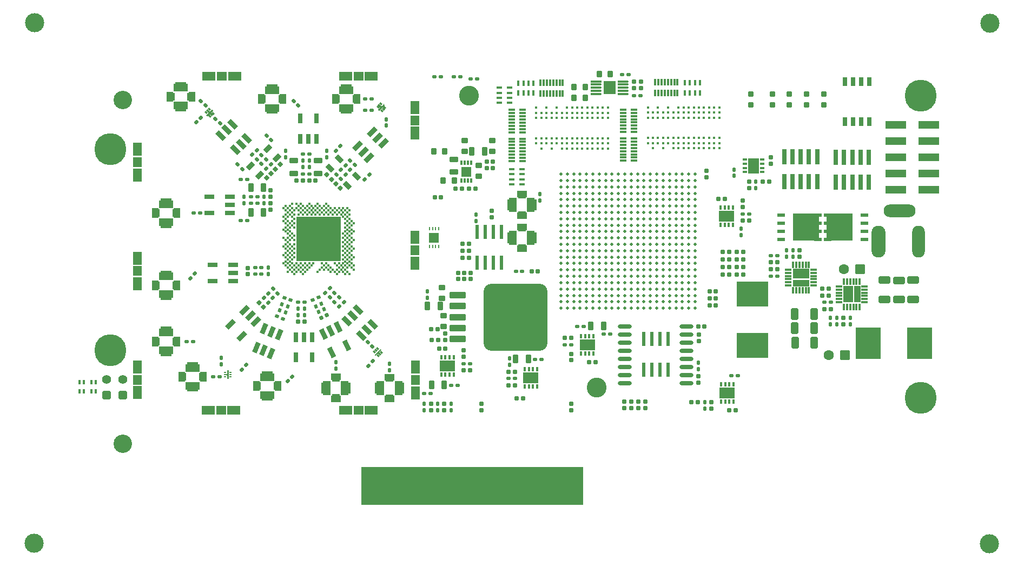
<source format=gts>
G04 Layer_Color=8388736*
%FSLAX44Y44*%
%MOMM*%
G71*
G01*
G75*
G04:AMPARAMS|DCode=17|XSize=0.5mm|YSize=0.6mm|CornerRadius=0.05mm|HoleSize=0mm|Usage=FLASHONLY|Rotation=90.000|XOffset=0mm|YOffset=0mm|HoleType=Round|Shape=RoundedRectangle|*
%AMROUNDEDRECTD17*
21,1,0.5000,0.5000,0,0,90.0*
21,1,0.4000,0.6000,0,0,90.0*
1,1,0.1000,0.2500,0.2000*
1,1,0.1000,0.2500,-0.2000*
1,1,0.1000,-0.2500,-0.2000*
1,1,0.1000,-0.2500,0.2000*
%
%ADD17ROUNDEDRECTD17*%
G04:AMPARAMS|DCode=18|XSize=0.5mm|YSize=0.6mm|CornerRadius=0.05mm|HoleSize=0mm|Usage=FLASHONLY|Rotation=135.000|XOffset=0mm|YOffset=0mm|HoleType=Round|Shape=RoundedRectangle|*
%AMROUNDEDRECTD18*
21,1,0.5000,0.5000,0,0,135.0*
21,1,0.4000,0.6000,0,0,135.0*
1,1,0.1000,0.0354,0.3182*
1,1,0.1000,0.3182,0.0354*
1,1,0.1000,-0.0354,-0.3182*
1,1,0.1000,-0.3182,-0.0354*
%
%ADD18ROUNDEDRECTD18*%
G04:AMPARAMS|DCode=20|XSize=0.5mm|YSize=0.6mm|CornerRadius=0.05mm|HoleSize=0mm|Usage=FLASHONLY|Rotation=0.000|XOffset=0mm|YOffset=0mm|HoleType=Round|Shape=RoundedRectangle|*
%AMROUNDEDRECTD20*
21,1,0.5000,0.5000,0,0,0.0*
21,1,0.4000,0.6000,0,0,0.0*
1,1,0.1000,0.2000,-0.2500*
1,1,0.1000,-0.2000,-0.2500*
1,1,0.1000,-0.2000,0.2500*
1,1,0.1000,0.2000,0.2500*
%
%ADD20ROUNDEDRECTD20*%
G04:AMPARAMS|DCode=22|XSize=0.5mm|YSize=0.6mm|CornerRadius=0.05mm|HoleSize=0mm|Usage=FLASHONLY|Rotation=45.000|XOffset=0mm|YOffset=0mm|HoleType=Round|Shape=RoundedRectangle|*
%AMROUNDEDRECTD22*
21,1,0.5000,0.5000,0,0,45.0*
21,1,0.4000,0.6000,0,0,45.0*
1,1,0.1000,0.3182,-0.0354*
1,1,0.1000,0.0354,-0.3182*
1,1,0.1000,-0.3182,0.0354*
1,1,0.1000,-0.0354,0.3182*
%
%ADD22ROUNDEDRECTD22*%
G04:AMPARAMS|DCode=27|XSize=1mm|YSize=0.9mm|CornerRadius=0.1125mm|HoleSize=0mm|Usage=FLASHONLY|Rotation=0.000|XOffset=0mm|YOffset=0mm|HoleType=Round|Shape=RoundedRectangle|*
%AMROUNDEDRECTD27*
21,1,1.0000,0.6750,0,0,0.0*
21,1,0.7750,0.9000,0,0,0.0*
1,1,0.2250,0.3875,-0.3375*
1,1,0.2250,-0.3875,-0.3375*
1,1,0.2250,-0.3875,0.3375*
1,1,0.2250,0.3875,0.3375*
%
%ADD27ROUNDEDRECTD27*%
G04:AMPARAMS|DCode=28|XSize=0.6mm|YSize=0.6mm|CornerRadius=0.06mm|HoleSize=0mm|Usage=FLASHONLY|Rotation=90.000|XOffset=0mm|YOffset=0mm|HoleType=Round|Shape=RoundedRectangle|*
%AMROUNDEDRECTD28*
21,1,0.6000,0.4800,0,0,90.0*
21,1,0.4800,0.6000,0,0,90.0*
1,1,0.1200,0.2400,0.2400*
1,1,0.1200,0.2400,-0.2400*
1,1,0.1200,-0.2400,-0.2400*
1,1,0.1200,-0.2400,0.2400*
%
%ADD28ROUNDEDRECTD28*%
G04:AMPARAMS|DCode=31|XSize=1.6mm|YSize=1.9mm|CornerRadius=0.2mm|HoleSize=0mm|Usage=FLASHONLY|Rotation=180.000|XOffset=0mm|YOffset=0mm|HoleType=Round|Shape=RoundedRectangle|*
%AMROUNDEDRECTD31*
21,1,1.6000,1.5000,0,0,180.0*
21,1,1.2000,1.9000,0,0,180.0*
1,1,0.4000,-0.6000,0.7500*
1,1,0.4000,0.6000,0.7500*
1,1,0.4000,0.6000,-0.7500*
1,1,0.4000,-0.6000,-0.7500*
%
%ADD31ROUNDEDRECTD31*%
G04:AMPARAMS|DCode=36|XSize=0.6mm|YSize=0.6mm|CornerRadius=0.06mm|HoleSize=0mm|Usage=FLASHONLY|Rotation=0.000|XOffset=0mm|YOffset=0mm|HoleType=Round|Shape=RoundedRectangle|*
%AMROUNDEDRECTD36*
21,1,0.6000,0.4800,0,0,0.0*
21,1,0.4800,0.6000,0,0,0.0*
1,1,0.1200,0.2400,-0.2400*
1,1,0.1200,-0.2400,-0.2400*
1,1,0.1200,-0.2400,0.2400*
1,1,0.1200,0.2400,0.2400*
%
%ADD36ROUNDEDRECTD36*%
G04:AMPARAMS|DCode=41|XSize=1.3mm|YSize=0.8mm|CornerRadius=0.1mm|HoleSize=0mm|Usage=FLASHONLY|Rotation=90.000|XOffset=0mm|YOffset=0mm|HoleType=Round|Shape=RoundedRectangle|*
%AMROUNDEDRECTD41*
21,1,1.3000,0.6000,0,0,90.0*
21,1,1.1000,0.8000,0,0,90.0*
1,1,0.2000,0.3000,0.5500*
1,1,0.2000,0.3000,-0.5500*
1,1,0.2000,-0.3000,-0.5500*
1,1,0.2000,-0.3000,0.5500*
%
%ADD41ROUNDEDRECTD41*%
%ADD42R,0.2500X0.6250*%
%ADD43R,1.6000X1.6000*%
G04:AMPARAMS|DCode=44|XSize=2.5mm|YSize=1.1mm|CornerRadius=0.1375mm|HoleSize=0mm|Usage=FLASHONLY|Rotation=180.000|XOffset=0mm|YOffset=0mm|HoleType=Round|Shape=RoundedRectangle|*
%AMROUNDEDRECTD44*
21,1,2.5000,0.8250,0,0,180.0*
21,1,2.2250,1.1000,0,0,180.0*
1,1,0.2750,-1.1125,0.4125*
1,1,0.2750,1.1125,0.4125*
1,1,0.2750,1.1125,-0.4125*
1,1,0.2750,-1.1125,-0.4125*
%
%ADD44ROUNDEDRECTD44*%
G04:AMPARAMS|DCode=45|XSize=10mm|YSize=10.5mm|CornerRadius=1.25mm|HoleSize=0mm|Usage=FLASHONLY|Rotation=180.000|XOffset=0mm|YOffset=0mm|HoleType=Round|Shape=RoundedRectangle|*
%AMROUNDEDRECTD45*
21,1,10.0000,8.0000,0,0,180.0*
21,1,7.5000,10.5000,0,0,180.0*
1,1,2.5000,-3.7500,4.0000*
1,1,2.5000,3.7500,4.0000*
1,1,2.5000,3.7500,-4.0000*
1,1,2.5000,-3.7500,-4.0000*
%
%ADD45ROUNDEDRECTD45*%
G04:AMPARAMS|DCode=50|XSize=1.8mm|YSize=1.15mm|CornerRadius=0.1437mm|HoleSize=0mm|Usage=FLASHONLY|Rotation=0.000|XOffset=0mm|YOffset=0mm|HoleType=Round|Shape=RoundedRectangle|*
%AMROUNDEDRECTD50*
21,1,1.8000,0.8625,0,0,0.0*
21,1,1.5125,1.1500,0,0,0.0*
1,1,0.2875,0.7562,-0.4313*
1,1,0.2875,-0.7562,-0.4313*
1,1,0.2875,-0.7562,0.4313*
1,1,0.2875,0.7562,0.4313*
%
%ADD50ROUNDEDRECTD50*%
G04:AMPARAMS|DCode=51|XSize=1.3mm|YSize=0.8mm|CornerRadius=0.1mm|HoleSize=0mm|Usage=FLASHONLY|Rotation=180.000|XOffset=0mm|YOffset=0mm|HoleType=Round|Shape=RoundedRectangle|*
%AMROUNDEDRECTD51*
21,1,1.3000,0.6000,0,0,180.0*
21,1,1.1000,0.8000,0,0,180.0*
1,1,0.2000,-0.5500,0.3000*
1,1,0.2000,0.5500,0.3000*
1,1,0.2000,0.5500,-0.3000*
1,1,0.2000,-0.5500,-0.3000*
%
%ADD51ROUNDEDRECTD51*%
G04:AMPARAMS|DCode=52|XSize=1.3mm|YSize=0.8mm|CornerRadius=0.1mm|HoleSize=0mm|Usage=FLASHONLY|Rotation=225.000|XOffset=0mm|YOffset=0mm|HoleType=Round|Shape=RoundedRectangle|*
%AMROUNDEDRECTD52*
21,1,1.3000,0.6000,0,0,225.0*
21,1,1.1000,0.8000,0,0,225.0*
1,1,0.2000,-0.6010,-0.1768*
1,1,0.2000,0.1768,0.6010*
1,1,0.2000,0.6010,0.1768*
1,1,0.2000,-0.1768,-0.6010*
%
%ADD52ROUNDEDRECTD52*%
G04:AMPARAMS|DCode=53|XSize=1.3mm|YSize=0.8mm|CornerRadius=0.1mm|HoleSize=0mm|Usage=FLASHONLY|Rotation=135.000|XOffset=0mm|YOffset=0mm|HoleType=Round|Shape=RoundedRectangle|*
%AMROUNDEDRECTD53*
21,1,1.3000,0.6000,0,0,135.0*
21,1,1.1000,0.8000,0,0,135.0*
1,1,0.2000,-0.1768,0.6010*
1,1,0.2000,0.6010,-0.1768*
1,1,0.2000,0.1768,-0.6010*
1,1,0.2000,-0.6010,0.1768*
%
%ADD53ROUNDEDRECTD53*%
G04:AMPARAMS|DCode=54|XSize=0.5mm|YSize=0.6mm|CornerRadius=0.05mm|HoleSize=0mm|Usage=FLASHONLY|Rotation=247.500|XOffset=0mm|YOffset=0mm|HoleType=Round|Shape=RoundedRectangle|*
%AMROUNDEDRECTD54*
21,1,0.5000,0.5000,0,0,247.5*
21,1,0.4000,0.6000,0,0,247.5*
1,1,0.1000,-0.3075,-0.0891*
1,1,0.1000,-0.1544,0.2804*
1,1,0.1000,0.3075,0.0891*
1,1,0.1000,0.1544,-0.2804*
%
%ADD54ROUNDEDRECTD54*%
%ADD57R,4.0000X5.0000*%
G04:AMPARAMS|DCode=58|XSize=0.5mm|YSize=0.6mm|CornerRadius=0.05mm|HoleSize=0mm|Usage=FLASHONLY|Rotation=157.500|XOffset=0mm|YOffset=0mm|HoleType=Round|Shape=RoundedRectangle|*
%AMROUNDEDRECTD58*
21,1,0.5000,0.5000,0,0,157.5*
21,1,0.4000,0.6000,0,0,157.5*
1,1,0.1000,-0.0891,0.3075*
1,1,0.1000,0.2804,0.1544*
1,1,0.1000,0.0891,-0.3075*
1,1,0.1000,-0.2804,-0.1544*
%
%ADD58ROUNDEDRECTD58*%
G04:AMPARAMS|DCode=59|XSize=0.6mm|YSize=0.6mm|CornerRadius=0.06mm|HoleSize=0mm|Usage=FLASHONLY|Rotation=45.000|XOffset=0mm|YOffset=0mm|HoleType=Round|Shape=RoundedRectangle|*
%AMROUNDEDRECTD59*
21,1,0.6000,0.4800,0,0,45.0*
21,1,0.4800,0.6000,0,0,45.0*
1,1,0.1200,0.3394,0.0000*
1,1,0.1200,0.0000,-0.3394*
1,1,0.1200,-0.3394,0.0000*
1,1,0.1200,0.0000,0.3394*
%
%ADD59ROUNDEDRECTD59*%
G04:AMPARAMS|DCode=60|XSize=0.5mm|YSize=0.6mm|CornerRadius=0.05mm|HoleSize=0mm|Usage=FLASHONLY|Rotation=205.000|XOffset=0mm|YOffset=0mm|HoleType=Round|Shape=RoundedRectangle|*
%AMROUNDEDRECTD60*
21,1,0.5000,0.5000,0,0,205.0*
21,1,0.4000,0.6000,0,0,205.0*
1,1,0.1000,-0.2869,0.1421*
1,1,0.1000,0.0756,0.3111*
1,1,0.1000,0.2869,-0.1421*
1,1,0.1000,-0.0756,-0.3111*
%
%ADD60ROUNDEDRECTD60*%
G04:AMPARAMS|DCode=61|XSize=0.5mm|YSize=0.6mm|CornerRadius=0.05mm|HoleSize=0mm|Usage=FLASHONLY|Rotation=295.000|XOffset=0mm|YOffset=0mm|HoleType=Round|Shape=RoundedRectangle|*
%AMROUNDEDRECTD61*
21,1,0.5000,0.5000,0,0,295.0*
21,1,0.4000,0.6000,0,0,295.0*
1,1,0.1000,-0.1421,-0.2869*
1,1,0.1000,-0.3111,0.0756*
1,1,0.1000,0.1421,0.2869*
1,1,0.1000,0.3111,-0.0756*
%
%ADD61ROUNDEDRECTD61*%
G04:AMPARAMS|DCode=62|XSize=0.6mm|YSize=0.6mm|CornerRadius=0.06mm|HoleSize=0mm|Usage=FLASHONLY|Rotation=135.000|XOffset=0mm|YOffset=0mm|HoleType=Round|Shape=RoundedRectangle|*
%AMROUNDEDRECTD62*
21,1,0.6000,0.4800,0,0,135.0*
21,1,0.4800,0.6000,0,0,135.0*
1,1,0.1200,0.0000,0.3394*
1,1,0.1200,0.3394,0.0000*
1,1,0.1200,0.0000,-0.3394*
1,1,0.1200,-0.3394,0.0000*
%
%ADD62ROUNDEDRECTD62*%
G04:AMPARAMS|DCode=63|XSize=0.76mm|YSize=1.65mm|CornerRadius=0mm|HoleSize=0mm|Usage=FLASHONLY|Rotation=45.000|XOffset=0mm|YOffset=0mm|HoleType=Round|Shape=Rectangle|*
%AMROTATEDRECTD63*
4,1,4,0.3147,-0.8521,-0.8521,0.3147,-0.3147,0.8521,0.8521,-0.3147,0.3147,-0.8521,0.0*
%
%ADD63ROTATEDRECTD63*%

%ADD64R,1.6500X0.7600*%
G04:AMPARAMS|DCode=65|XSize=0.76mm|YSize=1.65mm|CornerRadius=0mm|HoleSize=0mm|Usage=FLASHONLY|Rotation=135.000|XOffset=0mm|YOffset=0mm|HoleType=Round|Shape=Rectangle|*
%AMROTATEDRECTD65*
4,1,4,0.8521,0.3147,-0.3147,-0.8521,-0.8521,-0.3147,0.3147,0.8521,0.8521,0.3147,0.0*
%
%ADD65ROTATEDRECTD65*%

%ADD66R,0.7600X1.6500*%
G04:AMPARAMS|DCode=67|XSize=1.8mm|YSize=1.15mm|CornerRadius=0.1437mm|HoleSize=0mm|Usage=FLASHONLY|Rotation=270.000|XOffset=0mm|YOffset=0mm|HoleType=Round|Shape=RoundedRectangle|*
%AMROUNDEDRECTD67*
21,1,1.8000,0.8625,0,0,270.0*
21,1,1.5125,1.1500,0,0,270.0*
1,1,0.2875,-0.4313,-0.7562*
1,1,0.2875,-0.4313,0.7562*
1,1,0.2875,0.4313,0.7562*
1,1,0.2875,0.4313,-0.7562*
%
%ADD67ROUNDEDRECTD67*%
%ADD68O,2.2000X0.6000*%
%ADD69R,0.7000X4.2000*%
%ADD70R,0.7000X3.2000*%
%ADD71R,3.2004X1.2700*%
G04:AMPARAMS|DCode=72|XSize=0.7mm|YSize=0.4mm|CornerRadius=0.05mm|HoleSize=0mm|Usage=FLASHONLY|Rotation=270.000|XOffset=0mm|YOffset=0mm|HoleType=Round|Shape=RoundedRectangle|*
%AMROUNDEDRECTD72*
21,1,0.7000,0.3000,0,0,270.0*
21,1,0.6000,0.4000,0,0,270.0*
1,1,0.1000,-0.1500,-0.3000*
1,1,0.1000,-0.1500,0.3000*
1,1,0.1000,0.1500,0.3000*
1,1,0.1000,0.1500,-0.3000*
%
%ADD72ROUNDEDRECTD72*%
%ADD73R,0.7500X2.4000*%
%ADD74R,0.5500X2.2000*%
G04:AMPARAMS|DCode=75|XSize=1mm|YSize=0.9mm|CornerRadius=0.1125mm|HoleSize=0mm|Usage=FLASHONLY|Rotation=90.000|XOffset=0mm|YOffset=0mm|HoleType=Round|Shape=RoundedRectangle|*
%AMROUNDEDRECTD75*
21,1,1.0000,0.6750,0,0,90.0*
21,1,0.7750,0.9000,0,0,90.0*
1,1,0.2250,0.3375,0.3875*
1,1,0.2250,0.3375,-0.3875*
1,1,0.2250,-0.3375,-0.3875*
1,1,0.2250,-0.3375,0.3875*
%
%ADD75ROUNDEDRECTD75*%
%ADD76C,0.5000*%
%ADD77R,5.0000X4.0000*%
G04:AMPARAMS|DCode=78|XSize=0.8mm|YSize=0.8mm|CornerRadius=0.1mm|HoleSize=0mm|Usage=FLASHONLY|Rotation=90.000|XOffset=0mm|YOffset=0mm|HoleType=Round|Shape=RoundedRectangle|*
%AMROUNDEDRECTD78*
21,1,0.8000,0.6000,0,0,90.0*
21,1,0.6000,0.8000,0,0,90.0*
1,1,0.2000,0.3000,0.3000*
1,1,0.2000,0.3000,-0.3000*
1,1,0.2000,-0.3000,-0.3000*
1,1,0.2000,-0.3000,0.3000*
%
%ADD78ROUNDEDRECTD78*%
%ADD79R,0.8000X1.4000*%
%ADD80R,4.0500X4.3000*%
%ADD81R,1.2000X0.5000*%
%ADD82R,0.9500X0.4000*%
%ADD83R,0.4000X0.9500*%
%ADD84C,0.4500*%
G04:AMPARAMS|DCode=92|XSize=0.6mm|YSize=0.6mm|CornerRadius=0.06mm|HoleSize=0mm|Usage=FLASHONLY|Rotation=295.000|XOffset=0mm|YOffset=0mm|HoleType=Round|Shape=RoundedRectangle|*
%AMROUNDEDRECTD92*
21,1,0.6000,0.4800,0,0,295.0*
21,1,0.4800,0.6000,0,0,295.0*
1,1,0.1200,-0.1161,-0.3189*
1,1,0.1200,-0.3189,0.1161*
1,1,0.1200,0.1161,0.3189*
1,1,0.1200,0.3189,-0.1161*
%
%ADD92ROUNDEDRECTD92*%
%ADD94R,1.5000X1.6000*%
G04:AMPARAMS|DCode=95|XSize=0.76mm|YSize=1.65mm|CornerRadius=0mm|HoleSize=0mm|Usage=FLASHONLY|Rotation=337.500|XOffset=0mm|YOffset=0mm|HoleType=Round|Shape=Rectangle|*
%AMROTATEDRECTD95*
4,1,4,-0.6668,-0.6168,-0.0354,0.9076,0.6668,0.6168,0.0354,-0.9076,-0.6668,-0.6168,0.0*
%
%ADD95ROTATEDRECTD95*%

G04:AMPARAMS|DCode=96|XSize=0.76mm|YSize=1.65mm|CornerRadius=0mm|HoleSize=0mm|Usage=FLASHONLY|Rotation=205.000|XOffset=0mm|YOffset=0mm|HoleType=Round|Shape=Rectangle|*
%AMROTATEDRECTD96*
4,1,4,-0.0043,0.9083,0.6931,-0.5871,0.0043,-0.9083,-0.6931,0.5871,-0.0043,0.9083,0.0*
%
%ADD96ROTATEDRECTD96*%

%ADD111R,7.0000X7.0000*%
%ADD112C,0.6604*%
%ADD113C,2.8800*%
%ADD114C,3.1000*%
%ADD115C,5.0000*%
G04:AMPARAMS|DCode=116|XSize=1.524mm|YSize=1.524mm|CornerRadius=0.1905mm|HoleSize=0mm|Usage=FLASHONLY|Rotation=270.000|XOffset=0mm|YOffset=0mm|HoleType=Round|Shape=RoundedRectangle|*
%AMROUNDEDRECTD116*
21,1,1.5240,1.1430,0,0,270.0*
21,1,1.1430,1.5240,0,0,270.0*
1,1,0.3810,-0.5715,-0.5715*
1,1,0.3810,-0.5715,0.5715*
1,1,0.3810,0.5715,0.5715*
1,1,0.3810,0.5715,-0.5715*
%
%ADD116ROUNDEDRECTD116*%
%ADD117C,1.6000*%
%ADD118C,1.4000*%
G04:AMPARAMS|DCode=119|XSize=1.4mm|YSize=1.4mm|CornerRadius=0.35mm|HoleSize=0mm|Usage=FLASHONLY|Rotation=90.000|XOffset=0mm|YOffset=0mm|HoleType=Round|Shape=RoundedRectangle|*
%AMROUNDEDRECTD119*
21,1,1.4000,0.7000,0,0,90.0*
21,1,0.7000,1.4000,0,0,90.0*
1,1,0.7000,0.3500,0.3500*
1,1,0.7000,0.3500,-0.3500*
1,1,0.7000,-0.3500,-0.3500*
1,1,0.7000,-0.3500,0.3500*
%
%ADD119ROUNDEDRECTD119*%
%ADD120O,5.0000X2.0000*%
%ADD121O,2.2000X5.0000*%
%ADD122O,2.0000X5.0000*%
%ADD164R,1.8500X2.1500*%
%ADD165R,34.8000X5.9750*%
G04:AMPARAMS|DCode=166|XSize=0.45mm|YSize=0.25mm|CornerRadius=0mm|HoleSize=0mm|Usage=FLASHONLY|Rotation=135.000|XOffset=0mm|YOffset=0mm|HoleType=Round|Shape=Rectangle|*
%AMROTATEDRECTD166*
4,1,4,0.2475,-0.0707,0.0707,-0.2475,-0.2475,0.0707,-0.0707,0.2475,0.2475,-0.0707,0.0*
%
%ADD166ROTATEDRECTD166*%

%ADD167R,0.4500X0.2500*%
%ADD168R,1.6500X1.1000*%
%ADD169R,1.3000X1.7000*%
%ADD170R,1.3000X1.3000*%
%ADD171R,1.3000X2.2500*%
G04:AMPARAMS|DCode=172|XSize=1.7mm|YSize=0.4mm|CornerRadius=0.0875mm|HoleSize=0mm|Usage=FLASHONLY|Rotation=0.000|XOffset=0mm|YOffset=0mm|HoleType=Round|Shape=RoundedRectangle|*
%AMROUNDEDRECTD172*
21,1,1.7000,0.2250,0,0,0.0*
21,1,1.5250,0.4000,0,0,0.0*
1,1,0.1750,0.7625,-0.1125*
1,1,0.1750,-0.7625,-0.1125*
1,1,0.1750,-0.7625,0.1125*
1,1,0.1750,0.7625,0.1125*
%
%ADD172ROUNDEDRECTD172*%
%ADD173O,1.7000X0.4000*%
%ADD174R,2.4500X1.7000*%
%ADD175R,0.4000X0.8000*%
%ADD176R,0.8000X0.4000*%
%ADD177R,1.7000X2.4500*%
%ADD178R,1.1000X1.6500*%
%ADD179R,1.7000X1.3000*%
%ADD180R,1.3000X1.3000*%
%ADD181R,2.2500X1.3000*%
%ADD182R,1.0000X2.6500*%
%ADD183R,1.5000X2.6500*%
%ADD184R,1.1000X0.3500*%
%ADD185R,0.3500X1.1000*%
%ADD186R,2.6500X1.0000*%
%ADD187R,2.6500X1.5000*%
%ADD188R,1.0500X0.4500*%
%ADD189R,0.4500X1.0500*%
%ADD190C,3.0000*%
%ADD191R,1.5000X1.4000*%
%ADD192R,2.1000X1.4000*%
%ADD193R,1.4000X1.5000*%
%ADD194R,1.4000X2.1000*%
%ADD195R,0.3500X0.7000*%
%ADD196C,0.4100*%
G36*
X477915Y242197D02*
X478009Y242169D01*
X478096Y242122D01*
X478172Y242060D01*
X478173Y242060D01*
X479233Y240999D01*
X479296Y240923D01*
X479342Y240836D01*
X479362Y240770D01*
X479371Y240742D01*
X479372Y240731D01*
X479380Y240644D01*
X479375Y240585D01*
X479371Y240546D01*
X479359Y240509D01*
X479342Y240452D01*
X479296Y240365D01*
X479244Y240302D01*
X479233Y240289D01*
X476376Y237431D01*
X476376Y236432D01*
X477819Y234989D01*
X477882Y234913D01*
X477910Y234860D01*
X477928Y234826D01*
X477928Y234826D01*
D01*
X477956Y234731D01*
X477963Y234662D01*
X477966Y234634D01*
Y234634D01*
Y234633D01*
X477963Y234601D01*
X477956Y234536D01*
X477956Y234535D01*
Y234535D01*
X477936Y234469D01*
X477928Y234441D01*
D01*
X477928Y234441D01*
X477900Y234389D01*
X477881Y234354D01*
X477881Y234354D01*
X477881Y234354D01*
X477853Y234319D01*
X477819Y234278D01*
X477289Y233748D01*
X477289Y233748D01*
X477289Y233748D01*
X476758Y233218D01*
X476758Y233218D01*
X476758Y233218D01*
X476731Y233195D01*
X476682Y233155D01*
X476595Y233109D01*
D01*
X476595Y233109D01*
X476558Y233097D01*
X476501Y233080D01*
X476403Y233070D01*
X476403D01*
X476403D01*
X476305Y233080D01*
X476239Y233100D01*
X476211Y233109D01*
X476211Y233109D01*
D01*
X476124Y233155D01*
X476063Y233205D01*
X476048Y233218D01*
X476048Y233218D01*
X476048Y233218D01*
X474604Y234661D01*
X473606D01*
X470748Y231803D01*
X470748Y231803D01*
X470672Y231741D01*
X470585Y231695D01*
X470585Y231694D01*
D01*
X470490Y231666D01*
X470414Y231658D01*
X470393Y231656D01*
X470393D01*
X470393D01*
X470294Y231666D01*
X470237Y231683D01*
X470200Y231695D01*
X470200Y231695D01*
D01*
X470113Y231741D01*
X470087Y231763D01*
X470037Y231803D01*
X468977Y232864D01*
X468977Y232864D01*
X468914Y232940D01*
X468868Y233027D01*
X468839Y233121D01*
X468829Y233219D01*
X468839Y233317D01*
X468868Y233412D01*
X468914Y233498D01*
X468977Y233575D01*
X473219Y237817D01*
X473219Y237817D01*
X473219Y237817D01*
X477462Y242060D01*
X477538Y242122D01*
X477625Y242169D01*
X477719Y242197D01*
X477817Y242207D01*
X477915Y242197D01*
D02*
G37*
G36*
X240098Y208493D02*
X240192Y208464D01*
X240279Y208418D01*
X240355Y208355D01*
X240418Y208279D01*
X240464Y208192D01*
X240493Y208098D01*
X240502Y208000D01*
Y202000D01*
Y196000D01*
X240493Y195902D01*
X240464Y195808D01*
X240418Y195721D01*
X240355Y195645D01*
X240279Y195582D01*
X240192Y195536D01*
X240098Y195507D01*
X240000Y195498D01*
X238500D01*
X238402Y195507D01*
X238345Y195525D01*
X238308Y195536D01*
X238308Y195536D01*
D01*
X238297Y195542D01*
X238221Y195582D01*
X238145Y195645D01*
Y195645D01*
X238145D01*
X238082Y195721D01*
X238042Y195797D01*
X238036Y195808D01*
D01*
X238036Y195808D01*
X238025Y195845D01*
X238007Y195902D01*
X237998Y196000D01*
X237997Y200042D01*
X237291Y200747D01*
X235250Y200748D01*
X235221Y200751D01*
X235152Y200757D01*
X235058Y200786D01*
D01*
X235058Y200786D01*
X235005Y200814D01*
X234971Y200832D01*
X234971Y200832D01*
X234971Y200832D01*
X234928Y200867D01*
X234895Y200895D01*
X234895Y200895D01*
X234895Y200895D01*
X234867Y200928D01*
X234832Y200971D01*
X234832Y200971D01*
X234832Y200971D01*
X234814Y201005D01*
X234786Y201058D01*
X234786Y201058D01*
D01*
X234757Y201152D01*
X234750Y201221D01*
X234748Y201250D01*
Y202000D01*
Y202750D01*
Y202750D01*
Y202750D01*
X234750Y202779D01*
X234757Y202848D01*
X234786Y202942D01*
D01*
X234786Y202942D01*
X234804Y202976D01*
X234832Y203029D01*
X234895Y203105D01*
X234895Y203105D01*
X234895Y203105D01*
X234971Y203168D01*
X235024Y203196D01*
X235058Y203214D01*
X235058Y203214D01*
D01*
X235152Y203243D01*
X235221Y203250D01*
X235250Y203252D01*
X235250D01*
X235250D01*
X237292Y203252D01*
X237997Y203958D01*
X237998Y208000D01*
X238007Y208098D01*
X238025Y208155D01*
X238036Y208192D01*
X238036Y208192D01*
D01*
X238082Y208279D01*
X238131Y208339D01*
X238145Y208355D01*
X238145D01*
Y208355D01*
X238161Y208369D01*
X238221Y208418D01*
X238308Y208464D01*
D01*
X238308Y208464D01*
X238345Y208475D01*
X238402Y208493D01*
X238500Y208502D01*
X240000D01*
X240098Y208493D01*
D02*
G37*
G36*
X483280Y625796D02*
X483337Y625779D01*
X483374Y625768D01*
X483374Y625768D01*
D01*
X483461Y625721D01*
X483521Y625672D01*
X483537Y625659D01*
X483537Y625659D01*
D01*
D01*
X484598Y624598D01*
X484598Y624598D01*
X484660Y624522D01*
X484707Y624435D01*
X484735Y624341D01*
X484745Y624243D01*
X484735Y624145D01*
X484707Y624050D01*
X484660Y623964D01*
X484598Y623887D01*
X480355Y619645D01*
X480355Y619645D01*
X476113Y615402D01*
X476036Y615340D01*
X475950Y615293D01*
X475855Y615265D01*
X475757Y615255D01*
X475659Y615265D01*
X475565Y615293D01*
X475478Y615340D01*
X475402Y615402D01*
X475402Y615402D01*
X474342Y616463D01*
D01*
D01*
X474341Y616463D01*
X474279Y616539D01*
X474232Y616626D01*
X474213Y616691D01*
X474204Y616720D01*
X474203Y616731D01*
X474194Y616818D01*
X474204Y616916D01*
X474232Y617010D01*
X474279Y617097D01*
X474307Y617132D01*
X474341Y617173D01*
X477199Y620031D01*
X477199Y621029D01*
X475756Y622473D01*
X475715Y622523D01*
X475693Y622549D01*
X475647Y622636D01*
D01*
X475647Y622636D01*
X475635Y622673D01*
X475618Y622730D01*
X475608Y622828D01*
Y622828D01*
Y622828D01*
X475618Y622926D01*
X475635Y622984D01*
X475647Y623021D01*
X475647Y623021D01*
D01*
X475693Y623108D01*
X475756Y623184D01*
X475756Y623184D01*
X476286Y623714D01*
X476286Y623714D01*
X476286Y623714D01*
X476816Y624244D01*
X476816Y624244D01*
X476816Y624244D01*
X476839Y624263D01*
X476892Y624307D01*
X476979Y624353D01*
X476979Y624353D01*
D01*
X477007Y624362D01*
X477074Y624382D01*
X477074D01*
X477074Y624382D01*
X477133Y624388D01*
X477172Y624392D01*
X477172D01*
X477172D01*
X477210Y624388D01*
X477270Y624382D01*
X477270Y624382D01*
X477270D01*
X477290Y624376D01*
X477364Y624353D01*
X477364Y624353D01*
X477364D01*
X477386Y624341D01*
X477451Y624307D01*
X477451Y624307D01*
X477451Y624307D01*
X477486Y624278D01*
X477527Y624244D01*
X477527Y624244D01*
X477527Y624244D01*
X478970Y622800D01*
X479968Y622800D01*
X482827Y625658D01*
X482827Y625659D01*
X482903Y625721D01*
X482990Y625768D01*
D01*
X482990Y625768D01*
X483084Y625796D01*
X483163Y625804D01*
X483182Y625806D01*
X483182D01*
X483182D01*
X483280Y625796D01*
D02*
G37*
G36*
X214474Y617102D02*
X214531Y617085D01*
X214568Y617074D01*
X214568Y617074D01*
D01*
X214655Y617027D01*
X214714Y616978D01*
X214731Y616965D01*
X214731Y616965D01*
D01*
D01*
X215791Y615904D01*
X215792Y615904D01*
X215854Y615828D01*
X215900Y615741D01*
X215929Y615647D01*
X215939Y615549D01*
X215929Y615451D01*
X215900Y615357D01*
X215854Y615270D01*
X215792Y615194D01*
X211549Y610951D01*
X211549Y610951D01*
X211549Y610951D01*
X207306Y606708D01*
X207230Y606646D01*
X207143Y606600D01*
X207049Y606571D01*
X206951Y606561D01*
X206853Y606571D01*
X206759Y606600D01*
X206672Y606646D01*
X206596Y606708D01*
X206596Y606709D01*
X205535Y607769D01*
X205495Y607818D01*
X205473Y607845D01*
X205467Y607856D01*
X205426Y607932D01*
X205406Y607998D01*
X205398Y608026D01*
X205388Y608124D01*
Y608124D01*
Y608124D01*
X205390Y608144D01*
X205398Y608222D01*
X205409Y608260D01*
X205426Y608317D01*
X205459Y608377D01*
X205473Y608404D01*
X205486Y608420D01*
X205535Y608480D01*
X205535Y608480D01*
X208393Y611338D01*
X208393Y612336D01*
X206949Y613779D01*
X206927Y613807D01*
X206887Y613856D01*
X206840Y613942D01*
X206840Y613943D01*
D01*
X206838Y613951D01*
X206812Y614037D01*
X206802Y614135D01*
Y614135D01*
Y614135D01*
X206805Y614161D01*
X206812Y614233D01*
X206840Y614327D01*
D01*
X206840Y614327D01*
X206868Y614379D01*
X206887Y614414D01*
X206887Y614414D01*
X206887Y614414D01*
X206949Y614490D01*
X206950Y614490D01*
X207480Y615020D01*
D01*
X208010Y615551D01*
X208010Y615551D01*
X208010Y615551D01*
X208086Y615613D01*
X208139Y615641D01*
X208173Y615660D01*
X208173Y615660D01*
D01*
X208267Y615688D01*
X208365Y615698D01*
X208463Y615688D01*
X208551Y615662D01*
X208557Y615660D01*
D01*
X208557Y615660D01*
X208644Y615613D01*
X208720Y615551D01*
X210164Y614107D01*
X211162D01*
X214020Y616965D01*
X214020Y616965D01*
X214097Y617027D01*
X214183Y617074D01*
X214183Y617074D01*
D01*
X214278Y617102D01*
X214354Y617110D01*
X214376Y617112D01*
X214376D01*
X214376D01*
X214474Y617102D01*
D02*
G37*
D17*
X195500Y454750D02*
D03*
X185500D02*
D03*
X226500Y198500D02*
D03*
X216500D02*
D03*
X184750Y254000D02*
D03*
X174750D02*
D03*
X464000Y633750D02*
D03*
X454000D02*
D03*
X454000Y616000D02*
D03*
X464000D02*
D03*
X688375Y195750D02*
D03*
X678375D02*
D03*
X556500Y172500D02*
D03*
X546500D02*
D03*
X608250Y219250D02*
D03*
X618250D02*
D03*
X827250Y265750D02*
D03*
X837250D02*
D03*
X776625Y248750D02*
D03*
X766625D02*
D03*
X1183244Y315256D02*
D03*
X1173244Y315256D02*
D03*
X1099250Y356500D02*
D03*
X1089250D02*
D03*
X348990Y315826D02*
D03*
X358990D02*
D03*
X356445Y516411D02*
D03*
X366445D02*
D03*
X281809Y359372D02*
D03*
X291809D02*
D03*
X281813Y369263D02*
D03*
X291813D02*
D03*
X356445Y547411D02*
D03*
X366445D02*
D03*
X259594Y507383D02*
D03*
X269594D02*
D03*
X866000Y671500D02*
D03*
X856000D02*
D03*
X1055125Y453750D02*
D03*
X1045125D02*
D03*
X874750Y638500D02*
D03*
X884750D02*
D03*
X1037625Y200250D02*
D03*
X1027625D02*
D03*
X572750Y668250D02*
D03*
X562750D02*
D03*
X592750Y668250D02*
D03*
X602750D02*
D03*
X700000Y363500D02*
D03*
X690000D02*
D03*
X285296Y470523D02*
D03*
X275296D02*
D03*
X275296Y480523D02*
D03*
X285296D02*
D03*
X588750Y185250D02*
D03*
X598750D02*
D03*
X720250Y225750D02*
D03*
X730250D02*
D03*
X796250Y277000D02*
D03*
X786250D02*
D03*
X629476Y664765D02*
D03*
X619476D02*
D03*
X1099250Y388500D02*
D03*
X1089250Y388500D02*
D03*
X259500Y443500D02*
D03*
X269500D02*
D03*
D18*
X187760Y360061D02*
D03*
X180689Y352990D02*
D03*
X339700Y198950D02*
D03*
X332629Y191879D02*
D03*
X267750Y217000D02*
D03*
X260679Y209929D02*
D03*
X189983Y597167D02*
D03*
X197054Y604238D02*
D03*
X430388Y522754D02*
D03*
X423317Y515683D02*
D03*
X295399Y321987D02*
D03*
X302470Y329058D02*
D03*
X458863Y215679D02*
D03*
X465934Y222750D02*
D03*
X302470Y314915D02*
D03*
X309541Y321987D02*
D03*
X398796Y337272D02*
D03*
X391725Y330201D02*
D03*
X423317Y529826D02*
D03*
X416246Y522755D02*
D03*
X460665Y514954D02*
D03*
X453594Y507883D02*
D03*
X284410Y553368D02*
D03*
X277338Y546297D02*
D03*
X420716Y315352D02*
D03*
X413645Y308281D02*
D03*
X299259Y524377D02*
D03*
X306330Y531448D02*
D03*
X415347Y559947D02*
D03*
X408276Y552876D02*
D03*
D20*
X229000Y218000D02*
D03*
Y228000D02*
D03*
X487000Y592000D02*
D03*
Y602000D02*
D03*
X976000Y220250D02*
D03*
Y210250D02*
D03*
X679750Y227250D02*
D03*
X679750Y217250D02*
D03*
X1213244Y290756D02*
D03*
Y280756D02*
D03*
X1123750Y386500D02*
D03*
Y396500D02*
D03*
X408000Y211250D02*
D03*
Y221250D02*
D03*
X393594Y552633D02*
D03*
Y542633D02*
D03*
X366445Y536911D02*
D03*
Y526911D02*
D03*
X348990Y295326D02*
D03*
Y305326D02*
D03*
X358990Y295326D02*
D03*
Y305326D02*
D03*
X295904Y470527D02*
D03*
Y480527D02*
D03*
X356445Y526911D02*
D03*
Y536911D02*
D03*
X329454Y552649D02*
D03*
Y542649D02*
D03*
X492164Y209000D02*
D03*
Y219000D02*
D03*
X302309Y359372D02*
D03*
Y369372D02*
D03*
X588500Y146500D02*
D03*
Y156500D02*
D03*
X1042500Y430750D02*
D03*
Y420750D02*
D03*
X1065750Y493875D02*
D03*
Y503875D02*
D03*
X1031750Y513250D02*
D03*
Y523250D02*
D03*
X985375Y149000D02*
D03*
Y159000D02*
D03*
X727250Y474750D02*
D03*
Y484750D02*
D03*
X551500Y332000D02*
D03*
Y322000D02*
D03*
X264796Y470523D02*
D03*
Y480523D02*
D03*
X628000Y452500D02*
D03*
Y442500D02*
D03*
X1182289Y280744D02*
D03*
Y290744D02*
D03*
X1192289Y280744D02*
D03*
X1192289Y290744D02*
D03*
X1113750Y396500D02*
D03*
Y386500D02*
D03*
X546500Y146500D02*
D03*
Y156500D02*
D03*
X567500Y146500D02*
D03*
Y156500D02*
D03*
D22*
X226750Y595750D02*
D03*
X219679Y602821D02*
D03*
X197052Y630398D02*
D03*
X204123Y623327D02*
D03*
X254523Y530954D02*
D03*
X261594Y523883D02*
D03*
X299773Y576204D02*
D03*
X306844Y569133D02*
D03*
X291834Y545944D02*
D03*
X298905Y538873D02*
D03*
X284763Y538873D02*
D03*
X291834Y531802D02*
D03*
X413291Y322777D02*
D03*
X406220Y329848D02*
D03*
X316970Y329303D02*
D03*
X309899Y336374D02*
D03*
X406220Y315706D02*
D03*
X399149Y322777D02*
D03*
X465089Y245947D02*
D03*
X458018Y253018D02*
D03*
X437813Y530179D02*
D03*
X430742Y537250D02*
D03*
X408821Y515330D02*
D03*
X415892Y508259D02*
D03*
X349035Y623214D02*
D03*
X341964Y630285D02*
D03*
D27*
X652875Y568500D02*
D03*
X652875Y551500D02*
D03*
X577000Y294250D02*
D03*
Y277250D02*
D03*
X574250Y338500D02*
D03*
X574250Y321500D02*
D03*
X610000Y551250D02*
D03*
X610000Y568250D02*
D03*
X632000Y529750D02*
D03*
Y512750D02*
D03*
D28*
X1169500Y325750D02*
D03*
X1179500D02*
D03*
X714500Y363750D02*
D03*
X724500D02*
D03*
X688375Y185250D02*
D03*
X678375D02*
D03*
X691500Y164750D02*
D03*
X701500D02*
D03*
X678375Y206250D02*
D03*
X688375D02*
D03*
X557500Y273250D02*
D03*
X567500D02*
D03*
X766625Y259250D02*
D03*
X776625D02*
D03*
X805000Y221500D02*
D03*
X815000D02*
D03*
X1183244Y304756D02*
D03*
X1173244D02*
D03*
X1169494Y336756D02*
D03*
X1179494D02*
D03*
X1089250Y367000D02*
D03*
X1099250Y367000D02*
D03*
X346445Y505911D02*
D03*
X356445D02*
D03*
X376445Y505911D02*
D03*
X366445D02*
D03*
X975350Y277000D02*
D03*
X985350D02*
D03*
X1016750Y477250D02*
D03*
X1006750D02*
D03*
X1055125Y443250D02*
D03*
X1045125D02*
D03*
X1086250Y503875D02*
D03*
X1076250D02*
D03*
X1024125Y146000D02*
D03*
X1034125D02*
D03*
X618250Y208750D02*
D03*
X608250D02*
D03*
X569750Y242750D02*
D03*
X579750D02*
D03*
X964875Y159000D02*
D03*
X974875D02*
D03*
X616750Y384500D02*
D03*
X606750D02*
D03*
X616750Y395750D02*
D03*
X606750D02*
D03*
X558500Y256250D02*
D03*
X568500D02*
D03*
X1013750Y382500D02*
D03*
X1023750D02*
D03*
X1035750D02*
D03*
X1045750D02*
D03*
X1013750Y394500D02*
D03*
X1023750D02*
D03*
X1035750D02*
D03*
X1045750D02*
D03*
X1013750Y370500D02*
D03*
X1023750D02*
D03*
X1035750D02*
D03*
X1045750D02*
D03*
X1035750Y358500D02*
D03*
X1045750D02*
D03*
X1013750D02*
D03*
X1023750D02*
D03*
X616750Y406750D02*
D03*
X606750D02*
D03*
X1099250Y378000D02*
D03*
X1089250D02*
D03*
X993000Y310000D02*
D03*
X1003000D02*
D03*
X993000Y332000D02*
D03*
X1003000D02*
D03*
X993000Y321000D02*
D03*
X1003000D02*
D03*
X605250Y493000D02*
D03*
X595250D02*
D03*
X644250Y525000D02*
D03*
X654250D02*
D03*
X617000Y493000D02*
D03*
X627000D02*
D03*
X654250Y536000D02*
D03*
X644250D02*
D03*
X358990Y284826D02*
D03*
X348990D02*
D03*
X573000Y479500D02*
D03*
X563000D02*
D03*
D31*
X836750Y651250D02*
D03*
D36*
X609250Y361500D02*
D03*
Y351500D02*
D03*
X976250Y264500D02*
D03*
Y254500D02*
D03*
X976000Y189250D02*
D03*
Y199250D02*
D03*
X776625Y224500D02*
D03*
Y234500D02*
D03*
X1202744Y290756D02*
D03*
Y280756D02*
D03*
X270710Y359213D02*
D03*
Y369213D02*
D03*
X988000Y521250D02*
D03*
Y511250D02*
D03*
X776500Y156500D02*
D03*
Y146500D02*
D03*
X636500Y156500D02*
D03*
Y146500D02*
D03*
X599500Y361500D02*
D03*
Y351500D02*
D03*
X1045125Y474250D02*
D03*
Y464250D02*
D03*
X608125Y239750D02*
D03*
Y229750D02*
D03*
X1089250Y532250D02*
D03*
Y542250D02*
D03*
X1055250Y493875D02*
D03*
X1055250Y503875D02*
D03*
X995750Y149000D02*
D03*
Y159000D02*
D03*
X619250Y361500D02*
D03*
Y351500D02*
D03*
X886250Y650750D02*
D03*
Y660750D02*
D03*
X875250Y650750D02*
D03*
Y660750D02*
D03*
X579500Y256250D02*
D03*
Y266250D02*
D03*
X557000Y146500D02*
D03*
Y156500D02*
D03*
X578000Y146500D02*
D03*
Y156500D02*
D03*
X652250Y448750D02*
D03*
Y458750D02*
D03*
X1133750Y396500D02*
D03*
Y386500D02*
D03*
X306296Y480523D02*
D03*
Y490523D02*
D03*
X306296Y470523D02*
D03*
Y460523D02*
D03*
X860015Y159525D02*
D03*
Y149525D02*
D03*
X871000Y159500D02*
D03*
Y149500D02*
D03*
X882000Y159500D02*
D03*
Y149500D02*
D03*
X893000Y159500D02*
D03*
Y149500D02*
D03*
D41*
X558000Y185500D02*
D03*
X578000D02*
D03*
X827250Y278000D02*
D03*
X807250D02*
D03*
X275197Y494620D02*
D03*
X295197D02*
D03*
X275204Y456170D02*
D03*
X295204D02*
D03*
X641125Y551500D02*
D03*
X621125D02*
D03*
X689750Y226750D02*
D03*
X709750Y226750D02*
D03*
X551500Y309750D02*
D03*
X571500D02*
D03*
D42*
X554500Y430250D02*
D03*
X559500D02*
D03*
X564500D02*
D03*
X569500D02*
D03*
Y402250D02*
D03*
X564500D02*
D03*
X559500D02*
D03*
X554500D02*
D03*
D43*
X562000Y416250D02*
D03*
D44*
X598860Y275100D02*
D03*
X598860Y292150D02*
D03*
X598860Y309200D02*
D03*
X598860Y326250D02*
D03*
Y258050D02*
D03*
D45*
X689860Y292150D02*
D03*
D50*
X1289528Y319699D02*
D03*
Y349699D02*
D03*
X1266994Y319756D02*
D03*
Y349756D02*
D03*
X1311789Y349744D02*
D03*
Y319744D02*
D03*
D51*
X380650Y537014D02*
D03*
Y517014D02*
D03*
X342200Y537007D02*
D03*
Y517007D02*
D03*
X592750Y539250D02*
D03*
X592750Y519250D02*
D03*
D52*
X274627Y528759D02*
D03*
X288769Y514617D02*
D03*
X301810Y555953D02*
D03*
X315952Y541811D02*
D03*
D53*
X413312Y539966D02*
D03*
X399170Y525824D02*
D03*
X440506Y512783D02*
D03*
X426364Y498641D02*
D03*
D54*
X337360Y318595D02*
D03*
X328121Y322421D02*
D03*
X325305Y289492D02*
D03*
X316066Y293319D02*
D03*
D57*
X1241789Y251494D02*
D03*
X1322289Y251494D02*
D03*
D58*
X320084Y303020D02*
D03*
X323911Y312259D02*
D03*
X329323Y299193D02*
D03*
X333150Y308432D02*
D03*
D59*
X415539Y493763D02*
D03*
X408468Y500834D02*
D03*
X394326Y514976D02*
D03*
X401397Y507905D02*
D03*
X287974Y314562D02*
D03*
X295045Y307491D02*
D03*
D60*
X380860Y300009D02*
D03*
X376633Y309072D02*
D03*
X389923Y304235D02*
D03*
X385696Y313298D02*
D03*
D61*
X381263Y322706D02*
D03*
X372200Y318480D02*
D03*
D62*
X320830Y530986D02*
D03*
X313759Y523915D02*
D03*
X299617Y509773D02*
D03*
X306688Y516844D02*
D03*
D63*
X443452Y303506D02*
D03*
X434472Y294525D02*
D03*
X425491Y285545D02*
D03*
X447977Y263059D02*
D03*
X456958Y272039D02*
D03*
X465938Y281020D02*
D03*
X228367Y576380D02*
D03*
X237347Y585360D02*
D03*
X246327Y594341D02*
D03*
X268813Y571855D02*
D03*
X259833Y562874D02*
D03*
X250853Y553894D02*
D03*
D64*
X242122Y480223D02*
D03*
Y467523D02*
D03*
X242122Y454823D02*
D03*
X210322Y454823D02*
D03*
X210322Y480223D02*
D03*
X247209Y374072D02*
D03*
Y361372D02*
D03*
Y348672D02*
D03*
X215409D02*
D03*
Y374072D02*
D03*
D65*
X442338Y559736D02*
D03*
X451319Y550756D02*
D03*
X460299Y541776D02*
D03*
X482785Y564262D02*
D03*
X473805Y573242D02*
D03*
X464824Y582222D02*
D03*
X243002Y280479D02*
D03*
X260963Y262519D02*
D03*
X283449Y285005D02*
D03*
X274468Y293985D02*
D03*
X265488Y302965D02*
D03*
D66*
X378145Y571511D02*
D03*
X365445Y571511D02*
D03*
X352745D02*
D03*
Y603311D02*
D03*
X378145Y603311D02*
D03*
X345290Y260726D02*
D03*
X357990Y260726D02*
D03*
X370690D02*
D03*
X370690Y228926D02*
D03*
X345290D02*
D03*
D67*
X1156750Y252250D02*
D03*
X1126750D02*
D03*
X1126434Y274620D02*
D03*
X1156434D02*
D03*
X1126500Y296750D02*
D03*
X1156500D02*
D03*
D68*
X957250Y188300D02*
D03*
Y201000D02*
D03*
X957250Y213700D02*
D03*
X957250Y226400D02*
D03*
Y239100D02*
D03*
X957250Y251800D02*
D03*
X957250Y264500D02*
D03*
X860250Y188300D02*
D03*
Y201000D02*
D03*
X860250Y213700D02*
D03*
X860250Y226400D02*
D03*
Y239100D02*
D03*
X860250Y251800D02*
D03*
X860250Y264500D02*
D03*
X957250Y277200D02*
D03*
X860250D02*
D03*
D69*
X736500Y35000D02*
D03*
X716500D02*
D03*
X686500D02*
D03*
X756500D02*
D03*
X706500D02*
D03*
X726500D02*
D03*
X746500D02*
D03*
X766500D02*
D03*
X696500D02*
D03*
X656500D02*
D03*
X666500D02*
D03*
X676500D02*
D03*
X786500D02*
D03*
X456500D02*
D03*
X466500D02*
D03*
X536500D02*
D03*
X506500D02*
D03*
X476500D02*
D03*
X526500D02*
D03*
X486500D02*
D03*
X496500D02*
D03*
X516500D02*
D03*
X546500D02*
D03*
X556500D02*
D03*
X596500D02*
D03*
X646500D02*
D03*
X606500D02*
D03*
X626500D02*
D03*
X616500D02*
D03*
X586500D02*
D03*
D70*
X776500Y40000D02*
D03*
X636500D02*
D03*
D71*
X1285000Y593357D02*
D03*
X1336000D02*
D03*
X1285000Y567929D02*
D03*
X1336000Y567929D02*
D03*
X1285000Y542500D02*
D03*
X1336000D02*
D03*
X1285000Y517071D02*
D03*
X1336000Y517071D02*
D03*
X1285000Y491643D02*
D03*
X1336000D02*
D03*
D72*
X32500Y190000D02*
D03*
Y176000D02*
D03*
X25500Y176000D02*
D03*
Y190000D02*
D03*
X14000Y190000D02*
D03*
X14000Y176000D02*
D03*
X7000Y176000D02*
D03*
Y190000D02*
D03*
D73*
X1242000Y542750D02*
D03*
X1242000Y503750D02*
D03*
X1229250Y542750D02*
D03*
X1229250Y503750D02*
D03*
X1216500Y542750D02*
D03*
Y503750D02*
D03*
X1203750Y542750D02*
D03*
Y503750D02*
D03*
X1191000Y542750D02*
D03*
X1191000Y503750D02*
D03*
X1161500Y543000D02*
D03*
X1161500Y504000D02*
D03*
X1148750Y543000D02*
D03*
X1148750Y504000D02*
D03*
X1136000Y543000D02*
D03*
X1136000Y504000D02*
D03*
X1123250Y543000D02*
D03*
Y504000D02*
D03*
X1110500Y543000D02*
D03*
X1110500Y504000D02*
D03*
D74*
X928300Y257500D02*
D03*
X915600D02*
D03*
X902900D02*
D03*
X890200D02*
D03*
X928300Y209500D02*
D03*
X915600D02*
D03*
X902900D02*
D03*
X890200D02*
D03*
X667550Y425500D02*
D03*
X654850D02*
D03*
X642150D02*
D03*
X629450D02*
D03*
X667550Y377500D02*
D03*
X654850D02*
D03*
X642150D02*
D03*
X629450D02*
D03*
D75*
X576375Y505750D02*
D03*
X593375D02*
D03*
X561250Y551250D02*
D03*
X578250D02*
D03*
X781250Y652500D02*
D03*
X798250D02*
D03*
X781250Y635250D02*
D03*
X798250D02*
D03*
X820500Y673000D02*
D03*
X837500D02*
D03*
D76*
X760500Y516000D02*
D03*
X770500D02*
D03*
X780500D02*
D03*
X790500D02*
D03*
X800500D02*
D03*
X810500D02*
D03*
X820500D02*
D03*
X830500D02*
D03*
X840500D02*
D03*
X850500D02*
D03*
X860500D02*
D03*
X870500D02*
D03*
X880500D02*
D03*
X890500D02*
D03*
X900500D02*
D03*
X910500D02*
D03*
X920500D02*
D03*
X930500D02*
D03*
X940500D02*
D03*
X950500D02*
D03*
X960500D02*
D03*
X970500D02*
D03*
X760500Y506000D02*
D03*
X770500D02*
D03*
X780500D02*
D03*
X790500D02*
D03*
X800500D02*
D03*
X810500D02*
D03*
X820500D02*
D03*
X830500D02*
D03*
X840500D02*
D03*
X850500D02*
D03*
X860500D02*
D03*
X870500D02*
D03*
X880500D02*
D03*
X890500D02*
D03*
X900500D02*
D03*
X910500D02*
D03*
X920500D02*
D03*
X930500D02*
D03*
X940500D02*
D03*
X950500D02*
D03*
X960500D02*
D03*
X970500D02*
D03*
X760500Y496000D02*
D03*
X770500D02*
D03*
X780500D02*
D03*
X790500D02*
D03*
X800500D02*
D03*
X810500D02*
D03*
X820500D02*
D03*
X830500D02*
D03*
X840500D02*
D03*
X850500D02*
D03*
X860500D02*
D03*
X870500D02*
D03*
X880500D02*
D03*
X890500D02*
D03*
X900500D02*
D03*
X910500D02*
D03*
X920500D02*
D03*
X930500D02*
D03*
X940500D02*
D03*
X950500D02*
D03*
X960500D02*
D03*
X970500D02*
D03*
X760500Y486000D02*
D03*
X770500D02*
D03*
X780500D02*
D03*
X790500D02*
D03*
X800500D02*
D03*
X810500D02*
D03*
X820500D02*
D03*
X830500D02*
D03*
X840500D02*
D03*
X850500D02*
D03*
X860500D02*
D03*
X870500D02*
D03*
X880500D02*
D03*
X890500D02*
D03*
X900500D02*
D03*
X910500D02*
D03*
X920500D02*
D03*
X930500D02*
D03*
X940500D02*
D03*
X950500D02*
D03*
X960500D02*
D03*
X970500D02*
D03*
X760500Y476000D02*
D03*
X770500D02*
D03*
X780500D02*
D03*
X790500D02*
D03*
X800500D02*
D03*
X810500D02*
D03*
X820500D02*
D03*
X830500D02*
D03*
X840500D02*
D03*
X850500D02*
D03*
X860500D02*
D03*
X870500D02*
D03*
X880500D02*
D03*
X890500D02*
D03*
X900500D02*
D03*
X910500D02*
D03*
X920500D02*
D03*
X930500D02*
D03*
X940500D02*
D03*
X950500D02*
D03*
X960500D02*
D03*
X970500D02*
D03*
X760500Y466000D02*
D03*
X770500D02*
D03*
X780500D02*
D03*
X790500D02*
D03*
X800500D02*
D03*
X810500D02*
D03*
X820500D02*
D03*
X830500D02*
D03*
X840500D02*
D03*
X850500D02*
D03*
X860500D02*
D03*
X870500D02*
D03*
X880500D02*
D03*
X890500D02*
D03*
X900500D02*
D03*
X910500D02*
D03*
X920500D02*
D03*
X930500D02*
D03*
X940500D02*
D03*
X950500D02*
D03*
X960500D02*
D03*
X970500D02*
D03*
X760500Y456000D02*
D03*
X770500D02*
D03*
X780500D02*
D03*
X790500D02*
D03*
X800500D02*
D03*
X810500D02*
D03*
X820500D02*
D03*
X830500D02*
D03*
X840500D02*
D03*
X850500D02*
D03*
X860500D02*
D03*
X870500D02*
D03*
X880500D02*
D03*
X890500D02*
D03*
X900500D02*
D03*
X910500D02*
D03*
X920500D02*
D03*
X930500D02*
D03*
X940500D02*
D03*
X950500D02*
D03*
X960500D02*
D03*
X970500D02*
D03*
X760500Y446000D02*
D03*
X770500D02*
D03*
X780500D02*
D03*
X790500D02*
D03*
X800500D02*
D03*
X810500D02*
D03*
X820500D02*
D03*
X830500D02*
D03*
X840500D02*
D03*
X850500D02*
D03*
X860500D02*
D03*
X870500D02*
D03*
X880500D02*
D03*
X890500D02*
D03*
X900500D02*
D03*
X910500D02*
D03*
X920500D02*
D03*
X930500D02*
D03*
X940500D02*
D03*
X950500D02*
D03*
X960500D02*
D03*
X970500D02*
D03*
X760500Y436000D02*
D03*
X770500D02*
D03*
X780500D02*
D03*
X790500D02*
D03*
X800500D02*
D03*
X810500D02*
D03*
X820500D02*
D03*
X830500D02*
D03*
X840500D02*
D03*
X850500D02*
D03*
X860500D02*
D03*
X870500D02*
D03*
X880500D02*
D03*
X890500D02*
D03*
X900500D02*
D03*
X910500D02*
D03*
X920500D02*
D03*
X930500D02*
D03*
X940500D02*
D03*
X950500D02*
D03*
X960500D02*
D03*
X970500D02*
D03*
X760500Y426000D02*
D03*
X770500D02*
D03*
X780500D02*
D03*
X790500D02*
D03*
X800500D02*
D03*
X810500D02*
D03*
X820500D02*
D03*
X830500D02*
D03*
X840500D02*
D03*
X850500D02*
D03*
X860500D02*
D03*
X870500D02*
D03*
X880500D02*
D03*
X890500D02*
D03*
X900500D02*
D03*
X910500D02*
D03*
X920500D02*
D03*
X930500D02*
D03*
X940500D02*
D03*
X950500D02*
D03*
X960500D02*
D03*
X970500D02*
D03*
X760500Y416000D02*
D03*
X770500D02*
D03*
X780500D02*
D03*
X790500D02*
D03*
X800500D02*
D03*
X810500D02*
D03*
X820500D02*
D03*
X830500D02*
D03*
X840500D02*
D03*
X850500D02*
D03*
X860500D02*
D03*
X870500D02*
D03*
X880500D02*
D03*
X890500D02*
D03*
X900500D02*
D03*
X910500D02*
D03*
X920500D02*
D03*
X930500D02*
D03*
X940500D02*
D03*
X950500D02*
D03*
X960500D02*
D03*
X970500D02*
D03*
X760500Y406000D02*
D03*
X770500D02*
D03*
X780500D02*
D03*
X790500D02*
D03*
X800500D02*
D03*
X810500D02*
D03*
X820500D02*
D03*
X830500D02*
D03*
X840500D02*
D03*
X850500D02*
D03*
X860500D02*
D03*
X870500D02*
D03*
X880500D02*
D03*
X890500D02*
D03*
X900500D02*
D03*
X910500D02*
D03*
X920500D02*
D03*
X930500D02*
D03*
X940500D02*
D03*
X950500D02*
D03*
X960500D02*
D03*
X970500D02*
D03*
X760500Y396000D02*
D03*
X770500D02*
D03*
X780500D02*
D03*
X790500D02*
D03*
X800500D02*
D03*
X810500D02*
D03*
X820500D02*
D03*
X830500D02*
D03*
X840500D02*
D03*
X850500D02*
D03*
X860500D02*
D03*
X870500D02*
D03*
X880500D02*
D03*
X890500D02*
D03*
X900500D02*
D03*
X910500D02*
D03*
X920500D02*
D03*
X930500D02*
D03*
X940500D02*
D03*
X950500D02*
D03*
X960500D02*
D03*
X970500D02*
D03*
X760500Y386000D02*
D03*
X770500D02*
D03*
X780500D02*
D03*
X790500D02*
D03*
X800500D02*
D03*
X810500D02*
D03*
X820500D02*
D03*
X830500D02*
D03*
X840500D02*
D03*
X850500D02*
D03*
X860500D02*
D03*
X870500D02*
D03*
X880500D02*
D03*
X890500D02*
D03*
X900500D02*
D03*
X910500D02*
D03*
X920500D02*
D03*
X930500D02*
D03*
X940500D02*
D03*
X950500D02*
D03*
X960500D02*
D03*
X970500D02*
D03*
X760500Y376000D02*
D03*
X770500D02*
D03*
X780500D02*
D03*
X790500D02*
D03*
X800500D02*
D03*
X810500D02*
D03*
X820500D02*
D03*
X830500D02*
D03*
X840500D02*
D03*
X850500D02*
D03*
X860500D02*
D03*
X870500D02*
D03*
X880500D02*
D03*
X890500D02*
D03*
X900500D02*
D03*
X910500D02*
D03*
X920500D02*
D03*
X930500D02*
D03*
X940500D02*
D03*
X950500D02*
D03*
X960500D02*
D03*
X970500D02*
D03*
X760500Y366000D02*
D03*
X770500D02*
D03*
X780500D02*
D03*
X790500D02*
D03*
X800500D02*
D03*
X810500D02*
D03*
X820500D02*
D03*
X830500D02*
D03*
X840500D02*
D03*
X850500D02*
D03*
X860500D02*
D03*
X870500D02*
D03*
X880500D02*
D03*
X890500D02*
D03*
X900500D02*
D03*
X910500D02*
D03*
X920500D02*
D03*
X930500D02*
D03*
X940500D02*
D03*
X950500D02*
D03*
X960500D02*
D03*
X970500D02*
D03*
X760500Y356000D02*
D03*
X770500D02*
D03*
X780500D02*
D03*
X790500D02*
D03*
X800500D02*
D03*
X810500D02*
D03*
X820500D02*
D03*
X830500D02*
D03*
X840500D02*
D03*
X850500D02*
D03*
X860500D02*
D03*
X870500D02*
D03*
X880500D02*
D03*
X890500D02*
D03*
X900500D02*
D03*
X910500D02*
D03*
X920500D02*
D03*
X930500D02*
D03*
X940500D02*
D03*
X950500D02*
D03*
X960500D02*
D03*
X970500D02*
D03*
X760500Y346000D02*
D03*
X770500D02*
D03*
X780500D02*
D03*
X790500D02*
D03*
X800500D02*
D03*
X810500D02*
D03*
X820500D02*
D03*
X830500D02*
D03*
X840500D02*
D03*
X850500D02*
D03*
X860500D02*
D03*
X870500D02*
D03*
X880500D02*
D03*
X890500D02*
D03*
X900500D02*
D03*
X910500D02*
D03*
X920500D02*
D03*
X930500D02*
D03*
X940500D02*
D03*
X950500D02*
D03*
X960500D02*
D03*
X970500D02*
D03*
X760500Y336000D02*
D03*
X770500D02*
D03*
X780500D02*
D03*
X790500D02*
D03*
X800500D02*
D03*
X810500D02*
D03*
X820500D02*
D03*
X830500D02*
D03*
X840500D02*
D03*
X850500D02*
D03*
X860500D02*
D03*
X870500D02*
D03*
X880500D02*
D03*
X890500D02*
D03*
X900500D02*
D03*
X910500D02*
D03*
X920500D02*
D03*
X930500D02*
D03*
X940500D02*
D03*
X950500D02*
D03*
X960500D02*
D03*
X970500D02*
D03*
X760500Y326000D02*
D03*
X770500D02*
D03*
X780500D02*
D03*
X790500D02*
D03*
X800500D02*
D03*
X810500D02*
D03*
X820500D02*
D03*
X830500D02*
D03*
X840500D02*
D03*
X850500D02*
D03*
X860500D02*
D03*
X870500D02*
D03*
X880500D02*
D03*
X890500D02*
D03*
X900500D02*
D03*
X910500D02*
D03*
X920500D02*
D03*
X930500D02*
D03*
X940500D02*
D03*
X950500D02*
D03*
X960500D02*
D03*
X970500D02*
D03*
X760500Y316000D02*
D03*
X770500D02*
D03*
X780500D02*
D03*
X790500D02*
D03*
X800500D02*
D03*
X810500D02*
D03*
X820500D02*
D03*
X830500D02*
D03*
X840500D02*
D03*
X850500D02*
D03*
X860500D02*
D03*
X870500D02*
D03*
X880500D02*
D03*
X890500D02*
D03*
X900500D02*
D03*
X910500D02*
D03*
X920500D02*
D03*
X930500D02*
D03*
X940500D02*
D03*
X950500D02*
D03*
X960500D02*
D03*
X970500D02*
D03*
X760500Y306000D02*
D03*
X770500D02*
D03*
X780500D02*
D03*
X790500D02*
D03*
X800500D02*
D03*
X810500D02*
D03*
X820500D02*
D03*
X830500D02*
D03*
X840500D02*
D03*
X850500D02*
D03*
X860500D02*
D03*
X870500D02*
D03*
X880500D02*
D03*
X890500D02*
D03*
X900500D02*
D03*
X910500D02*
D03*
X920500D02*
D03*
X930500D02*
D03*
X940500D02*
D03*
X950500D02*
D03*
X960500D02*
D03*
X970500D02*
D03*
D77*
X1059872Y327870D02*
D03*
Y247370D02*
D03*
D78*
X1172050Y641250D02*
D03*
Y624250D02*
D03*
X1145051Y641250D02*
D03*
Y624250D02*
D03*
X1118000Y641250D02*
D03*
Y624250D02*
D03*
X1091551Y641250D02*
D03*
Y624250D02*
D03*
X1057750Y641250D02*
D03*
Y624250D02*
D03*
D79*
X1243350Y661250D02*
D03*
X1230650D02*
D03*
X1217950D02*
D03*
X1205250D02*
D03*
Y598250D02*
D03*
X1217950D02*
D03*
X1230650D02*
D03*
X1243350D02*
D03*
D80*
X1144000Y432750D02*
D03*
X1196500D02*
D03*
D81*
X1162700Y413700D02*
D03*
Y426400D02*
D03*
Y439100D02*
D03*
Y451800D02*
D03*
X1105300Y413700D02*
D03*
Y426400D02*
D03*
Y439100D02*
D03*
Y451800D02*
D03*
X1177800Y451800D02*
D03*
Y439100D02*
D03*
Y426400D02*
D03*
Y413700D02*
D03*
X1235200Y451800D02*
D03*
Y439100D02*
D03*
Y426400D02*
D03*
Y413700D02*
D03*
D82*
X683750Y524000D02*
D03*
Y516000D02*
D03*
Y508000D02*
D03*
X683750Y500000D02*
D03*
X699750Y524000D02*
D03*
Y516000D02*
D03*
X699750Y508000D02*
D03*
Y500000D02*
D03*
X680250Y627500D02*
D03*
Y635500D02*
D03*
Y643500D02*
D03*
X680250Y651500D02*
D03*
X664250Y627500D02*
D03*
Y635500D02*
D03*
Y643500D02*
D03*
Y651500D02*
D03*
D83*
X717750Y658750D02*
D03*
X709750D02*
D03*
X701750D02*
D03*
X693750Y658750D02*
D03*
X717750Y642750D02*
D03*
X709750D02*
D03*
X701750D02*
D03*
X693750Y642750D02*
D03*
X978250Y659500D02*
D03*
X970250D02*
D03*
X962250D02*
D03*
X954250Y659500D02*
D03*
X978250Y643500D02*
D03*
X970250D02*
D03*
X962250D02*
D03*
X954250Y643500D02*
D03*
D84*
X722000Y564000D02*
D03*
Y572000D02*
D03*
Y604000D02*
D03*
Y612000D02*
D03*
Y620000D02*
D03*
X730000Y556000D02*
D03*
Y564000D02*
D03*
Y572000D02*
D03*
Y604000D02*
D03*
Y612000D02*
D03*
X738000Y564000D02*
D03*
Y572000D02*
D03*
Y604000D02*
D03*
Y612000D02*
D03*
Y620000D02*
D03*
X746000Y556000D02*
D03*
Y564000D02*
D03*
Y572000D02*
D03*
Y604000D02*
D03*
Y612000D02*
D03*
X754000Y564000D02*
D03*
Y572000D02*
D03*
Y604000D02*
D03*
Y612000D02*
D03*
Y620000D02*
D03*
X762000Y556000D02*
D03*
Y564000D02*
D03*
Y572000D02*
D03*
Y604000D02*
D03*
Y612000D02*
D03*
X770000Y556000D02*
D03*
Y564000D02*
D03*
Y572000D02*
D03*
Y604000D02*
D03*
Y612000D02*
D03*
Y620000D02*
D03*
X778000Y556000D02*
D03*
Y564000D02*
D03*
Y572000D02*
D03*
Y604000D02*
D03*
Y612000D02*
D03*
Y620000D02*
D03*
X786000Y556000D02*
D03*
Y564000D02*
D03*
Y572000D02*
D03*
Y604000D02*
D03*
Y612000D02*
D03*
Y620000D02*
D03*
X794000Y556000D02*
D03*
Y564000D02*
D03*
Y572000D02*
D03*
Y604000D02*
D03*
Y612000D02*
D03*
Y620000D02*
D03*
X802000Y556000D02*
D03*
Y564000D02*
D03*
Y572000D02*
D03*
Y604000D02*
D03*
Y612000D02*
D03*
Y620000D02*
D03*
X810000Y556000D02*
D03*
Y564000D02*
D03*
Y572000D02*
D03*
Y604000D02*
D03*
Y612000D02*
D03*
Y620000D02*
D03*
X818000Y556000D02*
D03*
Y564000D02*
D03*
Y572000D02*
D03*
Y604000D02*
D03*
Y612000D02*
D03*
Y620000D02*
D03*
X826000Y556000D02*
D03*
Y564000D02*
D03*
Y572000D02*
D03*
Y604000D02*
D03*
Y612000D02*
D03*
Y620000D02*
D03*
X834000Y556000D02*
D03*
Y564000D02*
D03*
Y572000D02*
D03*
Y604000D02*
D03*
Y612000D02*
D03*
Y620000D02*
D03*
X1008500Y620500D02*
D03*
Y612500D02*
D03*
Y604500D02*
D03*
Y572500D02*
D03*
Y564500D02*
D03*
Y556500D02*
D03*
X1000500Y620500D02*
D03*
Y612500D02*
D03*
Y604500D02*
D03*
Y572500D02*
D03*
X1000500Y564500D02*
D03*
Y556500D02*
D03*
X992500Y620500D02*
D03*
Y612500D02*
D03*
Y604500D02*
D03*
Y572500D02*
D03*
Y564500D02*
D03*
Y556500D02*
D03*
X984500Y620500D02*
D03*
Y612500D02*
D03*
Y604500D02*
D03*
Y572500D02*
D03*
Y564500D02*
D03*
Y556500D02*
D03*
X976500Y620500D02*
D03*
Y612500D02*
D03*
Y604500D02*
D03*
Y572500D02*
D03*
Y564500D02*
D03*
Y556500D02*
D03*
X968500Y620500D02*
D03*
Y612500D02*
D03*
X968500Y604500D02*
D03*
X968500Y572500D02*
D03*
X968500Y564500D02*
D03*
Y556500D02*
D03*
X960500Y620500D02*
D03*
Y612500D02*
D03*
Y604500D02*
D03*
Y572500D02*
D03*
X960500Y564500D02*
D03*
Y556500D02*
D03*
X952500Y620500D02*
D03*
Y612500D02*
D03*
Y604500D02*
D03*
Y572500D02*
D03*
Y564500D02*
D03*
Y556500D02*
D03*
X944500Y620500D02*
D03*
Y612500D02*
D03*
Y604500D02*
D03*
Y572500D02*
D03*
Y564500D02*
D03*
Y556500D02*
D03*
X936500Y612500D02*
D03*
Y604500D02*
D03*
Y572500D02*
D03*
Y564500D02*
D03*
Y556500D02*
D03*
X928500Y620500D02*
D03*
Y612500D02*
D03*
Y604500D02*
D03*
Y572500D02*
D03*
Y564500D02*
D03*
X920500Y612500D02*
D03*
Y604500D02*
D03*
Y572500D02*
D03*
Y564500D02*
D03*
Y556500D02*
D03*
X912500Y620500D02*
D03*
Y612500D02*
D03*
X912500Y604500D02*
D03*
X912500Y572500D02*
D03*
X912500Y564500D02*
D03*
X904500Y612500D02*
D03*
Y604500D02*
D03*
Y572500D02*
D03*
Y564500D02*
D03*
Y556500D02*
D03*
X896500Y620500D02*
D03*
Y612500D02*
D03*
Y604500D02*
D03*
Y572500D02*
D03*
Y564500D02*
D03*
D92*
X394360Y294719D02*
D03*
X385297Y290493D02*
D03*
D94*
X612125Y519750D02*
D03*
D95*
X307027Y234901D02*
D03*
X295294Y239761D02*
D03*
X283560Y244621D02*
D03*
X295730Y274001D02*
D03*
X307463Y269140D02*
D03*
X319196Y264280D02*
D03*
D96*
X401943Y236576D02*
D03*
X424963Y247310D02*
D03*
X411524Y276131D02*
D03*
X400014Y270764D02*
D03*
X388504Y265396D02*
D03*
D111*
X381590Y414367D02*
D03*
D112*
X832000Y645000D02*
D03*
X841500D02*
D03*
Y657500D02*
D03*
X832000D02*
D03*
X836750Y651250D02*
D03*
D113*
X75000Y632500D02*
D03*
Y93500D02*
D03*
D114*
X816250Y182000D02*
D03*
X617000Y638500D02*
D03*
D115*
X55000Y555000D02*
D03*
Y240000D02*
D03*
X1324000Y166000D02*
D03*
X1323500Y639000D02*
D03*
D116*
X1228700Y367500D02*
D03*
X1205200Y232750D02*
D03*
D117*
X1203300Y367500D02*
D03*
X1179800Y232750D02*
D03*
D118*
X74500Y194750D02*
D03*
X49500D02*
D03*
D119*
X74500Y169750D02*
D03*
X49500D02*
D03*
D120*
X1290250Y458250D02*
D03*
D121*
X1257250Y410250D02*
D03*
D122*
X1320250D02*
D03*
D164*
X836750Y651250D02*
D03*
D165*
X621500Y27375D02*
D03*
D166*
X468625Y237462D02*
D03*
X471100Y239937D02*
D03*
X473575Y242412D02*
D03*
X479585Y236401D02*
D03*
X477110Y233926D02*
D03*
X474635Y231451D02*
D03*
X484950Y620000D02*
D03*
X482475Y617525D02*
D03*
X480000Y615050D02*
D03*
X473990Y621061D02*
D03*
X476465Y623536D02*
D03*
X478939Y626010D02*
D03*
X216143Y611306D02*
D03*
X213669Y608831D02*
D03*
X211194Y606357D02*
D03*
X205183Y612367D02*
D03*
X207658Y614842D02*
D03*
X210133Y617317D02*
D03*
D167*
X243500Y205500D02*
D03*
Y202000D02*
D03*
Y198500D02*
D03*
X235000D02*
D03*
X235000Y202000D02*
D03*
Y205500D02*
D03*
D168*
X699250Y451000D02*
D03*
Y485000D02*
D03*
X408000Y198250D02*
D03*
X408000Y164250D02*
D03*
X492164Y198000D02*
D03*
Y164000D02*
D03*
X699500Y433250D02*
D03*
Y399250D02*
D03*
D169*
X716250Y468000D02*
D03*
X682250D02*
D03*
X391000Y181250D02*
D03*
X425000Y181250D02*
D03*
X475164Y181000D02*
D03*
X509164D02*
D03*
X682500Y416250D02*
D03*
X716500D02*
D03*
D170*
X699250Y484000D02*
D03*
Y452000D02*
D03*
X408000Y165250D02*
D03*
Y197250D02*
D03*
X492164Y165000D02*
D03*
Y197000D02*
D03*
X699500Y400250D02*
D03*
Y432250D02*
D03*
D171*
X685250Y468000D02*
D03*
X713250D02*
D03*
X422000Y181250D02*
D03*
X394000Y181250D02*
D03*
X506164Y181000D02*
D03*
X478164D02*
D03*
X713500Y416250D02*
D03*
X685500D02*
D03*
D172*
X815750Y661250D02*
D03*
D173*
Y656250D02*
D03*
Y651250D02*
D03*
Y646250D02*
D03*
Y641250D02*
D03*
X857750Y661250D02*
D03*
Y656250D02*
D03*
Y651250D02*
D03*
Y646250D02*
D03*
Y641250D02*
D03*
D174*
X801750Y248750D02*
D03*
X1020875Y173250D02*
D03*
X713500Y196750D02*
D03*
X583000Y215500D02*
D03*
X1020000Y450000D02*
D03*
D175*
X792000Y262500D02*
D03*
X798500D02*
D03*
X805000D02*
D03*
X811500D02*
D03*
Y235000D02*
D03*
X805000D02*
D03*
X798500D02*
D03*
X792000D02*
D03*
X1011125Y159500D02*
D03*
X1017625D02*
D03*
X1024125D02*
D03*
X1030625D02*
D03*
Y187000D02*
D03*
X1024125D02*
D03*
X1017625D02*
D03*
X1011125D02*
D03*
X703750Y210500D02*
D03*
X710250D02*
D03*
X716750D02*
D03*
X723250D02*
D03*
Y183000D02*
D03*
X716750D02*
D03*
X710250D02*
D03*
X703750D02*
D03*
X592750Y201750D02*
D03*
X586250D02*
D03*
X579750D02*
D03*
X573250D02*
D03*
Y229250D02*
D03*
X579750D02*
D03*
X586250D02*
D03*
X592750D02*
D03*
X1029750Y463750D02*
D03*
X1023250D02*
D03*
X1016750D02*
D03*
X1010250D02*
D03*
Y436250D02*
D03*
X1016750D02*
D03*
X1023250D02*
D03*
X1029750D02*
D03*
D176*
X1075750Y519250D02*
D03*
Y525750D02*
D03*
Y532250D02*
D03*
Y538750D02*
D03*
X1048250D02*
D03*
Y532250D02*
D03*
Y525750D02*
D03*
Y519250D02*
D03*
D177*
X1062000Y529000D02*
D03*
D178*
X159507Y254007D02*
D03*
X125507D02*
D03*
X182750Y637250D02*
D03*
X148750Y637250D02*
D03*
X159500Y454750D02*
D03*
X125500Y454750D02*
D03*
X318000Y184000D02*
D03*
X284000D02*
D03*
X159500Y341750D02*
D03*
X125500D02*
D03*
X441250Y633750D02*
D03*
X407250D02*
D03*
X201250Y198500D02*
D03*
X167250Y198500D02*
D03*
X325500Y633600D02*
D03*
X291500D02*
D03*
D179*
X142507Y271007D02*
D03*
Y237007D02*
D03*
X165750Y654250D02*
D03*
X165750Y620250D02*
D03*
X142500Y471750D02*
D03*
X142500Y437750D02*
D03*
X301000Y201000D02*
D03*
Y167000D02*
D03*
X142500Y358750D02*
D03*
Y324750D02*
D03*
X424250Y650750D02*
D03*
Y616750D02*
D03*
X184250Y215500D02*
D03*
X184250Y181500D02*
D03*
X308500Y650600D02*
D03*
Y616600D02*
D03*
D180*
X126507Y254007D02*
D03*
X158507D02*
D03*
X149750Y637250D02*
D03*
X181750D02*
D03*
X126500Y454750D02*
D03*
X158500Y454750D02*
D03*
X285000Y184000D02*
D03*
X317000Y184000D02*
D03*
X126500Y341750D02*
D03*
X158500D02*
D03*
X408250Y633750D02*
D03*
X440250D02*
D03*
X168250Y198500D02*
D03*
X200250D02*
D03*
X292500Y633600D02*
D03*
X324500D02*
D03*
D181*
X142507Y240007D02*
D03*
Y268007D02*
D03*
X165750Y623250D02*
D03*
X165750Y651250D02*
D03*
X142500Y440750D02*
D03*
X142500Y468750D02*
D03*
X301000Y170000D02*
D03*
Y198000D02*
D03*
X142500Y327750D02*
D03*
Y355750D02*
D03*
X424250Y619750D02*
D03*
Y647750D02*
D03*
X184250Y184500D02*
D03*
X184250Y212500D02*
D03*
X308500Y619600D02*
D03*
Y647600D02*
D03*
D182*
X1224244Y327756D02*
D03*
D183*
X1209744D02*
D03*
D184*
X1195744Y315256D02*
D03*
Y320256D02*
D03*
Y325256D02*
D03*
X1195744Y330256D02*
D03*
Y335256D02*
D03*
X1195744Y340256D02*
D03*
X1235744Y340256D02*
D03*
Y335256D02*
D03*
X1235744Y330256D02*
D03*
X1235744Y325256D02*
D03*
Y320256D02*
D03*
Y315256D02*
D03*
X1156250Y366500D02*
D03*
Y361500D02*
D03*
Y356500D02*
D03*
X1156250Y351500D02*
D03*
Y346500D02*
D03*
X1156250Y341500D02*
D03*
X1116250Y341500D02*
D03*
X1116250Y346500D02*
D03*
Y351500D02*
D03*
X1116250Y356500D02*
D03*
Y361500D02*
D03*
Y366500D02*
D03*
D185*
X1203244Y347756D02*
D03*
X1208244D02*
D03*
X1213244D02*
D03*
X1218244Y347756D02*
D03*
X1223244D02*
D03*
X1228244Y347756D02*
D03*
X1228244Y307756D02*
D03*
X1223244Y307756D02*
D03*
X1218244D02*
D03*
X1213244Y307756D02*
D03*
X1208244D02*
D03*
X1203244Y307756D02*
D03*
X1123750Y374000D02*
D03*
X1128750Y374000D02*
D03*
X1133750D02*
D03*
X1138750Y374000D02*
D03*
X1143750D02*
D03*
X1148750Y374000D02*
D03*
Y334000D02*
D03*
X1143750D02*
D03*
X1138750D02*
D03*
X1133750D02*
D03*
X1128750D02*
D03*
X1123750Y334000D02*
D03*
D186*
X1136250Y345500D02*
D03*
D187*
Y360000D02*
D03*
D188*
X683500Y616500D02*
D03*
Y611500D02*
D03*
Y606500D02*
D03*
Y601500D02*
D03*
Y596500D02*
D03*
Y591500D02*
D03*
Y586500D02*
D03*
Y581500D02*
D03*
X700500Y616500D02*
D03*
Y611500D02*
D03*
Y606500D02*
D03*
Y601500D02*
D03*
X700500Y596500D02*
D03*
X700500Y591500D02*
D03*
Y586500D02*
D03*
Y581500D02*
D03*
X683500Y571500D02*
D03*
Y566500D02*
D03*
Y561500D02*
D03*
Y556500D02*
D03*
Y551500D02*
D03*
Y546500D02*
D03*
Y541500D02*
D03*
Y536500D02*
D03*
X700500Y571500D02*
D03*
Y566500D02*
D03*
Y561500D02*
D03*
Y556500D02*
D03*
X700500Y551500D02*
D03*
X700500Y546500D02*
D03*
Y541500D02*
D03*
Y536500D02*
D03*
X858000Y617000D02*
D03*
Y612000D02*
D03*
Y607000D02*
D03*
Y602000D02*
D03*
Y597000D02*
D03*
Y592000D02*
D03*
Y587000D02*
D03*
Y582000D02*
D03*
X875000Y617000D02*
D03*
Y612000D02*
D03*
Y607000D02*
D03*
Y602000D02*
D03*
X875000Y597000D02*
D03*
X875000Y592000D02*
D03*
Y587000D02*
D03*
Y582000D02*
D03*
X858000Y572000D02*
D03*
Y567000D02*
D03*
Y562000D02*
D03*
Y557000D02*
D03*
Y552000D02*
D03*
Y547000D02*
D03*
Y542000D02*
D03*
Y537000D02*
D03*
X875000Y572000D02*
D03*
Y567000D02*
D03*
Y562000D02*
D03*
Y557000D02*
D03*
X875000Y552000D02*
D03*
X875000Y547000D02*
D03*
Y542000D02*
D03*
Y537000D02*
D03*
D189*
X763500Y659500D02*
D03*
X758500D02*
D03*
X753500D02*
D03*
X748500D02*
D03*
X743500D02*
D03*
X738500D02*
D03*
X733500D02*
D03*
X728500D02*
D03*
X763500Y642500D02*
D03*
X758500D02*
D03*
X753500D02*
D03*
X748500D02*
D03*
X743500Y642500D02*
D03*
X738500Y642500D02*
D03*
X733500D02*
D03*
X728500D02*
D03*
X943000Y660000D02*
D03*
X938000D02*
D03*
X933000D02*
D03*
X928000D02*
D03*
X923000D02*
D03*
X918000D02*
D03*
X913000D02*
D03*
X908000D02*
D03*
X943000Y643000D02*
D03*
X938000D02*
D03*
X933000D02*
D03*
X928000D02*
D03*
X923000Y643000D02*
D03*
X918000Y643000D02*
D03*
X913000D02*
D03*
X908000D02*
D03*
D190*
X-63500Y752760D02*
D03*
X-64260Y-62500D02*
D03*
X1431500Y-63260D02*
D03*
X1432260Y752000D02*
D03*
D191*
X228750Y146250D02*
D03*
X229750Y669250D02*
D03*
X443750D02*
D03*
X443750Y146250D02*
D03*
D192*
X208750D02*
D03*
X248750D02*
D03*
X209750Y669250D02*
D03*
X249750D02*
D03*
X423750D02*
D03*
X463750D02*
D03*
X423750Y146250D02*
D03*
X463750D02*
D03*
D193*
X532250Y396750D02*
D03*
X532500Y193500D02*
D03*
X97249Y193750D02*
D03*
X97249Y534751D02*
D03*
X532250Y600250D02*
D03*
X97249Y364250D02*
D03*
D194*
X532250Y416750D02*
D03*
Y376750D02*
D03*
X532500Y213500D02*
D03*
Y173500D02*
D03*
X97249Y213750D02*
D03*
Y173750D02*
D03*
X97249Y554751D02*
D03*
Y514751D02*
D03*
X532250Y620250D02*
D03*
Y580250D02*
D03*
X97249Y384250D02*
D03*
Y344250D02*
D03*
D195*
X619625Y505750D02*
D03*
X614625D02*
D03*
X609625D02*
D03*
X604625D02*
D03*
Y533750D02*
D03*
X609625D02*
D03*
X614625D02*
D03*
X619625D02*
D03*
D196*
X343190Y359377D02*
D03*
X339860Y362707D02*
D03*
X336530Y366037D02*
D03*
X333200Y369367D02*
D03*
X329870Y372697D02*
D03*
X326540Y376027D02*
D03*
X329870Y379357D02*
D03*
X333200Y376027D02*
D03*
X339860Y369367D02*
D03*
X336530Y372697D02*
D03*
X346520Y362707D02*
D03*
X343190Y366037D02*
D03*
X346520Y369367D02*
D03*
X349850Y366037D02*
D03*
X339860Y376027D02*
D03*
X343190Y372697D02*
D03*
X336530Y379357D02*
D03*
X333200Y382687D02*
D03*
X349850Y372697D02*
D03*
X353180Y369367D02*
D03*
X346520Y376027D02*
D03*
X336530Y386017D02*
D03*
X339860Y382687D02*
D03*
X359840Y362707D02*
D03*
X356510Y366037D02*
D03*
Y359377D02*
D03*
X353180Y362707D02*
D03*
X329870Y392677D02*
D03*
X333200Y389347D02*
D03*
X326540D02*
D03*
X329870Y386017D02*
D03*
X336530Y392677D02*
D03*
X333200Y396007D02*
D03*
X343190Y386017D02*
D03*
X339860Y389347D02*
D03*
X356510Y372697D02*
D03*
X353180Y376027D02*
D03*
X363170Y366037D02*
D03*
X359840Y369367D02*
D03*
X363170Y372697D02*
D03*
X366500Y369367D02*
D03*
X359840Y376027D02*
D03*
X366500D02*
D03*
X369830Y372697D02*
D03*
X373160Y376027D02*
D03*
X326540Y402667D02*
D03*
X329870Y399337D02*
D03*
X333200Y402667D02*
D03*
X329870Y405997D02*
D03*
X343190Y392677D02*
D03*
X336530Y399337D02*
D03*
X339860Y396007D02*
D03*
X329870Y412657D02*
D03*
X326540Y415987D02*
D03*
X339860Y402667D02*
D03*
X343190Y399337D02*
D03*
X333200Y409327D02*
D03*
X336530Y405997D02*
D03*
X343190D02*
D03*
X333200Y415987D02*
D03*
X336530Y412657D02*
D03*
Y419317D02*
D03*
X333200Y422647D02*
D03*
X343190Y412657D02*
D03*
X339860Y415987D02*
D03*
X326540Y429307D02*
D03*
X329870Y425977D02*
D03*
X336530D02*
D03*
X333200Y429307D02*
D03*
X343190Y419317D02*
D03*
X339860Y422647D02*
D03*
X329870Y432637D02*
D03*
X336530D02*
D03*
X333200Y435967D02*
D03*
X326540Y442627D02*
D03*
X329870Y439297D02*
D03*
X336530D02*
D03*
X333200Y442627D02*
D03*
X343190Y432637D02*
D03*
X339860Y435967D02*
D03*
X326540Y449287D02*
D03*
X329870Y445957D02*
D03*
X333200Y449287D02*
D03*
X343190Y439297D02*
D03*
X339860Y442627D02*
D03*
X333200Y455947D02*
D03*
X343190Y445957D02*
D03*
X339860Y449287D02*
D03*
X326540Y462607D02*
D03*
X329870Y459277D02*
D03*
X336530D02*
D03*
X333200Y462607D02*
D03*
X339860Y455947D02*
D03*
X329870Y465937D02*
D03*
X336530D02*
D03*
X343190Y459277D02*
D03*
X339860Y462607D02*
D03*
X333200Y362707D02*
D03*
X386480Y376027D02*
D03*
X393140D02*
D03*
X389810Y372697D02*
D03*
X386480Y369367D02*
D03*
X383150Y366037D02*
D03*
X379820Y362707D02*
D03*
X396470Y372697D02*
D03*
X393140Y369367D02*
D03*
X396470Y366037D02*
D03*
X399800Y369367D02*
D03*
Y362707D02*
D03*
X403130Y366037D02*
D03*
X389810D02*
D03*
X406460Y362707D02*
D03*
X409790Y359377D02*
D03*
X413120Y362707D02*
D03*
X409790Y366037D02*
D03*
X406460Y376027D02*
D03*
X409790Y372697D02*
D03*
X413120Y369367D02*
D03*
X419780Y362707D02*
D03*
X416450Y366037D02*
D03*
X423110Y359377D02*
D03*
X429770D02*
D03*
X423110Y366037D02*
D03*
X426440Y362707D02*
D03*
X419780Y369367D02*
D03*
X416450Y372697D02*
D03*
X413120Y376027D02*
D03*
X426440Y369367D02*
D03*
X423110Y372697D02*
D03*
X419780Y376027D02*
D03*
X436430Y366037D02*
D03*
X429770Y372697D02*
D03*
X433100Y369367D02*
D03*
X426440Y376027D02*
D03*
X423110Y379357D02*
D03*
X419780Y382687D02*
D03*
X436430Y372697D02*
D03*
X429770Y379357D02*
D03*
X433100Y376027D02*
D03*
X426440Y382687D02*
D03*
X423110Y386017D02*
D03*
X419780Y389347D02*
D03*
X429770Y386017D02*
D03*
X433100Y382687D02*
D03*
X426440Y389347D02*
D03*
X423110Y392677D02*
D03*
X419780Y396007D02*
D03*
X436430Y386017D02*
D03*
X429770Y392677D02*
D03*
X433100Y389347D02*
D03*
X426440Y396007D02*
D03*
X423110Y399337D02*
D03*
X419780Y402667D02*
D03*
X429770Y399337D02*
D03*
X433100Y396007D02*
D03*
X426440Y402667D02*
D03*
X423110Y405997D02*
D03*
X419780Y409327D02*
D03*
X436430Y399337D02*
D03*
X429770Y405997D02*
D03*
X433100Y402667D02*
D03*
X426440Y409327D02*
D03*
X423110Y412657D02*
D03*
X419780Y415987D02*
D03*
X429770Y412657D02*
D03*
X433100Y409327D02*
D03*
X426440Y415987D02*
D03*
X423110Y419317D02*
D03*
X419780Y422647D02*
D03*
X436430Y412657D02*
D03*
X429770Y419317D02*
D03*
X433100Y415987D02*
D03*
X426440Y422647D02*
D03*
X423110Y425977D02*
D03*
X429770Y425977D02*
D03*
X433100Y422647D02*
D03*
X426440Y429307D02*
D03*
X423110Y432637D02*
D03*
X436430Y425977D02*
D03*
X429770Y432637D02*
D03*
X433100Y429307D02*
D03*
X426440Y435967D02*
D03*
X423110Y439297D02*
D03*
X433100Y435967D02*
D03*
X426440Y442627D02*
D03*
X429770Y439297D02*
D03*
X423110Y445957D02*
D03*
X419780Y449287D02*
D03*
X416450Y452617D02*
D03*
X436430Y439297D02*
D03*
X429770Y445957D02*
D03*
X433100Y442627D02*
D03*
X426440Y449287D02*
D03*
X423110Y452617D02*
D03*
X419780Y455947D02*
D03*
X413120Y462607D02*
D03*
X416450Y459277D02*
D03*
X409790D02*
D03*
X413120Y455947D02*
D03*
X419780Y462607D02*
D03*
X423110Y459277D02*
D03*
X426440Y455947D02*
D03*
X429770Y452617D02*
D03*
X426440Y462607D02*
D03*
X429770Y459277D02*
D03*
X409790Y452617D02*
D03*
X403130D02*
D03*
X396470D02*
D03*
X389810D02*
D03*
X383150D02*
D03*
X376490D02*
D03*
X369830D02*
D03*
X363170D02*
D03*
X356510D02*
D03*
X349850D02*
D03*
X343190D02*
D03*
X336530D02*
D03*
X329870D02*
D03*
X406460Y455947D02*
D03*
X399800D02*
D03*
X393140D02*
D03*
X386480D02*
D03*
X379820D02*
D03*
X373160D02*
D03*
X366500D02*
D03*
X353180D02*
D03*
X359840D02*
D03*
X349850Y459277D02*
D03*
X356510D02*
D03*
X363170D02*
D03*
X369830D02*
D03*
X376490D02*
D03*
X383150D02*
D03*
X389810D02*
D03*
X396470D02*
D03*
X403130D02*
D03*
X353180Y462607D02*
D03*
X359840D02*
D03*
X366500D02*
D03*
X373160D02*
D03*
X379820D02*
D03*
X386480D02*
D03*
X393140D02*
D03*
X399800D02*
D03*
X406460D02*
D03*
X346520D02*
D03*
X339860Y469267D02*
D03*
X349850Y465937D02*
D03*
X396470D02*
D03*
X389810D02*
D03*
X383150D02*
D03*
X376490D02*
D03*
X369830D02*
D03*
X363170D02*
D03*
X356510D02*
D03*
X346520Y469267D02*
D03*
X353180D02*
D03*
X366500D02*
D03*
X379820D02*
D03*
X393140D02*
D03*
M02*

</source>
